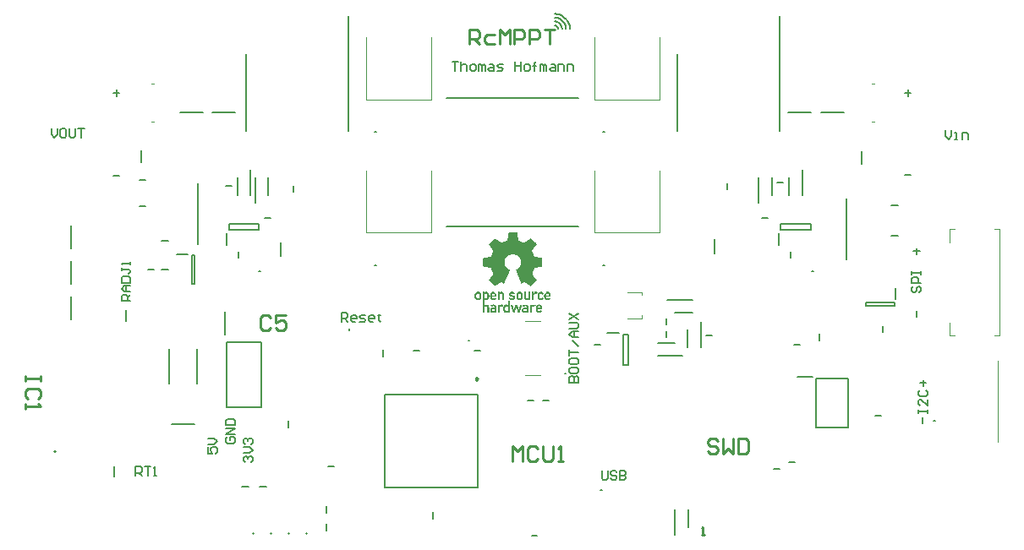
<source format=gto>
G04*
G04 #@! TF.GenerationSoftware,Altium Limited,Altium Designer,21.0.8 (223)*
G04*
G04 Layer_Color=65535*
%FSLAX25Y25*%
%MOIN*%
G70*
G04*
G04 #@! TF.SameCoordinates,7920E5AB-F19E-47E3-9C16-B8E2F772CBAB*
G04*
G04*
G04 #@! TF.FilePolarity,Positive*
G04*
G01*
G75*
%ADD10C,0.00984*%
%ADD11C,0.00787*%
%ADD12C,0.00591*%
%ADD13C,0.01000*%
%ADD14C,0.00394*%
G36*
X196736Y121971D02*
Y121797D01*
Y121622D01*
Y121448D01*
Y121274D01*
X196910D01*
Y121099D01*
Y120925D01*
Y120750D01*
Y120576D01*
Y120402D01*
Y120227D01*
X197084D01*
Y120053D01*
Y119878D01*
Y119704D01*
Y119529D01*
Y119355D01*
X197259D01*
Y119181D01*
Y119006D01*
Y118832D01*
X197782D01*
Y118657D01*
X198131D01*
Y118483D01*
X198654D01*
Y118308D01*
X199003D01*
Y118134D01*
X199701D01*
Y118308D01*
X199875D01*
Y118483D01*
X200224D01*
Y118657D01*
X200398D01*
Y118832D01*
X200747D01*
Y119006D01*
X200922D01*
Y119181D01*
X201271D01*
Y119355D01*
X201445D01*
Y119529D01*
X201794D01*
Y119704D01*
X201968D01*
Y119878D01*
X202143D01*
Y119704D01*
X202491D01*
Y119529D01*
X202666D01*
Y119355D01*
X202840D01*
Y119181D01*
X203015D01*
Y119006D01*
X203189D01*
Y118832D01*
X203364D01*
Y118657D01*
X203538D01*
Y118483D01*
X203713D01*
Y118308D01*
X203887D01*
Y118134D01*
X204061D01*
Y117960D01*
X204236D01*
Y117785D01*
Y117611D01*
X204410D01*
Y117436D01*
X204236D01*
Y117262D01*
Y117087D01*
X204061D01*
Y116913D01*
X203887D01*
Y116739D01*
X203713D01*
Y116564D01*
Y116390D01*
X203538D01*
Y116215D01*
X203364D01*
Y116041D01*
Y115867D01*
X203189D01*
Y115692D01*
X203015D01*
Y115518D01*
Y115343D01*
X202840D01*
Y115169D01*
X202666D01*
Y114995D01*
Y114820D01*
Y114646D01*
X202840D01*
Y114471D01*
Y114297D01*
X203015D01*
Y114122D01*
Y113948D01*
Y113774D01*
X203189D01*
Y113599D01*
Y113425D01*
X203364D01*
Y113250D01*
Y113076D01*
X203538D01*
Y112901D01*
Y112727D01*
X203887D01*
Y112553D01*
X204759D01*
Y112378D01*
X205631D01*
Y112204D01*
X206503D01*
Y112029D01*
X206678D01*
Y111855D01*
Y111680D01*
Y111506D01*
Y111332D01*
Y111157D01*
Y110983D01*
Y110809D01*
Y110634D01*
Y110460D01*
Y110285D01*
Y110111D01*
Y109936D01*
Y109762D01*
Y109588D01*
Y109413D01*
Y109239D01*
Y109064D01*
Y108890D01*
X206503D01*
Y108715D01*
X205805D01*
Y108541D01*
X204759D01*
Y108367D01*
X203887D01*
Y108192D01*
X203538D01*
Y108018D01*
Y107843D01*
Y107669D01*
X203364D01*
Y107494D01*
Y107320D01*
X203189D01*
Y107146D01*
Y106971D01*
Y106797D01*
X203015D01*
Y106622D01*
Y106448D01*
X202840D01*
Y106274D01*
Y106099D01*
Y105925D01*
Y105750D01*
Y105576D01*
X203015D01*
Y105402D01*
Y105227D01*
X203189D01*
Y105053D01*
X203364D01*
Y104878D01*
Y104704D01*
X203538D01*
Y104529D01*
X203713D01*
Y104355D01*
Y104181D01*
X203887D01*
Y104006D01*
X204061D01*
Y103832D01*
X204236D01*
Y103657D01*
Y103483D01*
X204410D01*
Y103308D01*
X204236D01*
Y103134D01*
Y102960D01*
X204061D01*
Y102785D01*
X203887D01*
Y102611D01*
X203713D01*
Y102436D01*
X203538D01*
Y102262D01*
X203364D01*
Y102087D01*
X203189D01*
Y101913D01*
X203015D01*
Y101739D01*
X202840D01*
Y101564D01*
X202666D01*
Y101390D01*
X202491D01*
Y101215D01*
X202143D01*
Y101041D01*
X201968D01*
Y101215D01*
X201619D01*
Y101390D01*
X201445D01*
Y101564D01*
X201271D01*
Y101739D01*
X200922D01*
Y101913D01*
X200747D01*
Y102087D01*
X200398D01*
Y102262D01*
X200224D01*
Y102436D01*
X199875D01*
Y102611D01*
X199352D01*
Y102436D01*
X199003D01*
Y102262D01*
X198654D01*
Y102087D01*
X198305D01*
Y102262D01*
Y102436D01*
X198131D01*
Y102611D01*
Y102785D01*
Y102960D01*
X197957D01*
Y103134D01*
Y103308D01*
X197782D01*
Y103483D01*
Y103657D01*
X197608D01*
Y103832D01*
Y104006D01*
Y104181D01*
X197433D01*
Y104355D01*
Y104529D01*
X197259D01*
Y104704D01*
Y104878D01*
Y105053D01*
X197084D01*
Y105227D01*
Y105402D01*
X196910D01*
Y105576D01*
Y105750D01*
X196736D01*
Y105925D01*
Y106099D01*
Y106274D01*
X196561D01*
Y106448D01*
Y106622D01*
X196387D01*
Y106797D01*
Y106971D01*
Y107146D01*
X196212D01*
Y107320D01*
Y107494D01*
X196561D01*
Y107669D01*
X196736D01*
Y107843D01*
X196910D01*
Y108018D01*
X197259D01*
Y108192D01*
X197433D01*
Y108367D01*
Y108541D01*
X197608D01*
Y108715D01*
X197782D01*
Y108890D01*
Y109064D01*
X197957D01*
Y109239D01*
Y109413D01*
X198131D01*
Y109588D01*
Y109762D01*
Y109936D01*
Y110111D01*
Y110285D01*
Y110460D01*
Y110634D01*
Y110809D01*
Y110983D01*
Y111157D01*
Y111332D01*
Y111506D01*
X197957D01*
Y111680D01*
Y111855D01*
X197782D01*
Y112029D01*
Y112204D01*
X197608D01*
Y112378D01*
X197433D01*
Y112553D01*
X197259D01*
Y112727D01*
X197084D01*
Y112901D01*
X196910D01*
Y113076D01*
X196736D01*
Y113250D01*
X196387D01*
Y113425D01*
X195864D01*
Y113599D01*
X194119D01*
Y113425D01*
X193596D01*
Y113250D01*
X193247D01*
Y113076D01*
X193073D01*
Y112901D01*
X192898D01*
Y112727D01*
X192724D01*
Y112553D01*
X192550D01*
Y112378D01*
X192375D01*
Y112204D01*
X192201D01*
Y112029D01*
Y111855D01*
X192026D01*
Y111680D01*
Y111506D01*
Y111332D01*
X191852D01*
Y111157D01*
Y110983D01*
Y110809D01*
Y110634D01*
Y110460D01*
Y110285D01*
Y110111D01*
Y109936D01*
Y109762D01*
Y109588D01*
X192026D01*
Y109413D01*
Y109239D01*
Y109064D01*
X192201D01*
Y108890D01*
Y108715D01*
X192375D01*
Y108541D01*
X192550D01*
Y108367D01*
Y108192D01*
X192898D01*
Y108018D01*
X193073D01*
Y107843D01*
X193247D01*
Y107669D01*
X193422D01*
Y107494D01*
X193771D01*
Y107320D01*
Y107146D01*
Y106971D01*
X193596D01*
Y106797D01*
Y106622D01*
X193422D01*
Y106448D01*
Y106274D01*
Y106099D01*
X193247D01*
Y105925D01*
Y105750D01*
X193073D01*
Y105576D01*
Y105402D01*
X192898D01*
Y105227D01*
Y105053D01*
Y104878D01*
X192724D01*
Y104704D01*
Y104529D01*
X192550D01*
Y104355D01*
Y104181D01*
Y104006D01*
X192375D01*
Y103832D01*
Y103657D01*
X192201D01*
Y103483D01*
Y103308D01*
X192026D01*
Y103134D01*
Y102960D01*
Y102785D01*
X191852D01*
Y102611D01*
Y102436D01*
X191678D01*
Y102262D01*
Y102087D01*
X191329D01*
Y102262D01*
X190980D01*
Y102436D01*
X190805D01*
Y102611D01*
X190108D01*
Y102436D01*
X189759D01*
Y102262D01*
X189585D01*
Y102087D01*
X189410D01*
Y101913D01*
X189061D01*
Y101739D01*
X188887D01*
Y101564D01*
X188538D01*
Y101390D01*
X188364D01*
Y101215D01*
X188015D01*
Y101041D01*
X187840D01*
Y101215D01*
X187666D01*
Y101390D01*
X187492D01*
Y101564D01*
X187317D01*
Y101739D01*
X187143D01*
Y101913D01*
X186968D01*
Y102087D01*
X186794D01*
Y102262D01*
X186619D01*
Y102436D01*
X186445D01*
Y102611D01*
X186271D01*
Y102785D01*
X186096D01*
Y102960D01*
X185922D01*
Y103134D01*
X185747D01*
Y103308D01*
X185573D01*
Y103483D01*
X185747D01*
Y103657D01*
X185922D01*
Y103832D01*
Y104006D01*
X186096D01*
Y104181D01*
X186271D01*
Y104355D01*
Y104529D01*
X186445D01*
Y104704D01*
X186619D01*
Y104878D01*
Y105053D01*
X186794D01*
Y105227D01*
X186968D01*
Y105402D01*
X187143D01*
Y105576D01*
Y105750D01*
X187317D01*
Y105925D01*
Y106099D01*
X187143D01*
Y106274D01*
Y106448D01*
X186968D01*
Y106622D01*
Y106797D01*
Y106971D01*
X186794D01*
Y107146D01*
Y107320D01*
X186619D01*
Y107494D01*
Y107669D01*
Y107843D01*
X186445D01*
Y108018D01*
Y108192D01*
X186096D01*
Y108367D01*
X185224D01*
Y108541D01*
X184352D01*
Y108715D01*
X183480D01*
Y108890D01*
X183306D01*
Y109064D01*
Y109239D01*
Y109413D01*
Y109588D01*
Y109762D01*
Y109936D01*
Y110111D01*
Y110285D01*
Y110460D01*
Y110634D01*
Y110809D01*
Y110983D01*
Y111157D01*
Y111332D01*
Y111506D01*
Y111680D01*
Y111855D01*
Y112029D01*
X183480D01*
Y112204D01*
X184352D01*
Y112378D01*
X185224D01*
Y112553D01*
X186271D01*
Y112727D01*
X186445D01*
Y112901D01*
X186619D01*
Y113076D01*
Y113250D01*
X186794D01*
Y113425D01*
Y113599D01*
Y113774D01*
X186968D01*
Y113948D01*
Y114122D01*
X187143D01*
Y114297D01*
Y114471D01*
Y114646D01*
X187317D01*
Y114820D01*
Y114995D01*
Y115169D01*
X187143D01*
Y115343D01*
X186968D01*
Y115518D01*
Y115692D01*
X186794D01*
Y115867D01*
X186619D01*
Y116041D01*
Y116215D01*
X186445D01*
Y116390D01*
X186271D01*
Y116564D01*
Y116739D01*
X186096D01*
Y116913D01*
X185922D01*
Y117087D01*
Y117262D01*
X185747D01*
Y117436D01*
X185573D01*
Y117611D01*
X185747D01*
Y117785D01*
X185922D01*
Y117960D01*
X186096D01*
Y118134D01*
X186271D01*
Y118308D01*
X186445D01*
Y118483D01*
X186619D01*
Y118657D01*
X186794D01*
Y118832D01*
X186968D01*
Y119006D01*
X187143D01*
Y119181D01*
X187317D01*
Y119355D01*
X187492D01*
Y119529D01*
X187666D01*
Y119704D01*
X187840D01*
Y119878D01*
X188015D01*
Y119704D01*
X188364D01*
Y119529D01*
X188538D01*
Y119355D01*
X188887D01*
Y119181D01*
X189061D01*
Y119006D01*
X189236D01*
Y118832D01*
X189585D01*
Y118657D01*
X189759D01*
Y118483D01*
X190108D01*
Y118308D01*
X190282D01*
Y118134D01*
X190980D01*
Y118308D01*
X191329D01*
Y118483D01*
X191852D01*
Y118657D01*
X192201D01*
Y118832D01*
X192724D01*
Y119006D01*
Y119181D01*
X192898D01*
Y119355D01*
Y119529D01*
Y119704D01*
Y119878D01*
Y120053D01*
X193073D01*
Y120227D01*
Y120402D01*
Y120576D01*
Y120750D01*
Y120925D01*
Y121099D01*
X193247D01*
Y121274D01*
Y121448D01*
Y121622D01*
Y121797D01*
Y121971D01*
X193422D01*
Y122146D01*
X196736D01*
Y121971D01*
D02*
G37*
G36*
X184875Y98599D02*
X185224D01*
Y98425D01*
X185398D01*
Y98250D01*
X185573D01*
Y98076D01*
Y97901D01*
Y97727D01*
Y97553D01*
X185747D01*
Y97378D01*
Y97204D01*
Y97029D01*
Y96855D01*
Y96681D01*
X185573D01*
Y96506D01*
Y96332D01*
Y96157D01*
Y95983D01*
X185398D01*
Y95809D01*
X185224D01*
Y95634D01*
X184875D01*
Y95460D01*
X184178D01*
Y95634D01*
X183829D01*
Y95460D01*
Y95285D01*
Y95111D01*
Y94936D01*
Y94762D01*
Y94587D01*
Y94413D01*
Y94239D01*
Y94064D01*
Y93890D01*
Y93715D01*
Y93541D01*
X184003D01*
Y93715D01*
X184526D01*
Y93890D01*
X184701D01*
Y93715D01*
X185050D01*
Y93541D01*
X185398D01*
Y93367D01*
Y93192D01*
X185573D01*
Y93018D01*
Y92843D01*
Y92669D01*
X185747D01*
Y92494D01*
Y92320D01*
Y92146D01*
Y91971D01*
Y91797D01*
Y91622D01*
Y91448D01*
Y91274D01*
Y91099D01*
Y90925D01*
Y90750D01*
X185573D01*
Y90576D01*
X184875D01*
Y90750D01*
Y90925D01*
Y91099D01*
Y91274D01*
Y91448D01*
Y91622D01*
Y91797D01*
Y91971D01*
Y92146D01*
Y92320D01*
Y92494D01*
Y92669D01*
Y92843D01*
X184701D01*
Y93018D01*
X184003D01*
Y92843D01*
X183829D01*
Y92669D01*
Y92494D01*
Y92320D01*
Y92146D01*
Y91971D01*
Y91797D01*
Y91622D01*
Y91448D01*
Y91274D01*
Y91099D01*
Y90925D01*
Y90750D01*
Y90576D01*
X183131D01*
Y90750D01*
Y90925D01*
Y91099D01*
Y91274D01*
Y91448D01*
Y91622D01*
Y91797D01*
Y91971D01*
Y92146D01*
Y92320D01*
Y92494D01*
Y92669D01*
Y92843D01*
Y93018D01*
Y93192D01*
Y93367D01*
Y93541D01*
Y93715D01*
Y93890D01*
Y94064D01*
Y94239D01*
Y94413D01*
Y94587D01*
Y94762D01*
Y94936D01*
Y95111D01*
Y95285D01*
Y95460D01*
Y95634D01*
Y95809D01*
Y95983D01*
Y96157D01*
Y96332D01*
Y96506D01*
Y96681D01*
Y96855D01*
Y97029D01*
Y97204D01*
Y97378D01*
Y97553D01*
Y97727D01*
Y97901D01*
Y98076D01*
Y98250D01*
Y98425D01*
Y98599D01*
Y98774D01*
X183829D01*
Y98599D01*
X184178D01*
Y98774D01*
X184875D01*
Y98599D01*
D02*
G37*
G36*
X204410D02*
X204759D01*
Y98425D01*
Y98250D01*
X204585D01*
Y98076D01*
X204410D01*
Y97901D01*
X204236D01*
Y98076D01*
X203713D01*
Y97901D01*
X203538D01*
Y97727D01*
X203364D01*
Y97553D01*
Y97378D01*
Y97204D01*
Y97029D01*
Y96855D01*
Y96681D01*
Y96506D01*
Y96332D01*
Y96157D01*
Y95983D01*
Y95809D01*
Y95634D01*
Y95460D01*
X202666D01*
Y95634D01*
Y95809D01*
Y95983D01*
Y96157D01*
Y96332D01*
Y96506D01*
Y96681D01*
Y96855D01*
Y97029D01*
Y97204D01*
Y97378D01*
Y97553D01*
Y97727D01*
Y97901D01*
Y98076D01*
Y98250D01*
Y98425D01*
Y98599D01*
Y98774D01*
X203364D01*
Y98599D01*
Y98425D01*
X203538D01*
Y98599D01*
X203713D01*
Y98774D01*
X204410D01*
Y98599D01*
D02*
G37*
G36*
X190980D02*
X191329D01*
Y98425D01*
X191503D01*
Y98250D01*
Y98076D01*
X191678D01*
Y97901D01*
Y97727D01*
Y97553D01*
Y97378D01*
Y97204D01*
Y97029D01*
Y96855D01*
Y96681D01*
Y96506D01*
Y96332D01*
Y96157D01*
Y95983D01*
Y95809D01*
Y95634D01*
Y95460D01*
X190980D01*
Y95634D01*
Y95809D01*
Y95983D01*
Y96157D01*
Y96332D01*
Y96506D01*
Y96681D01*
Y96855D01*
Y97029D01*
Y97204D01*
Y97378D01*
Y97553D01*
Y97727D01*
X190805D01*
Y97901D01*
X190631D01*
Y98076D01*
X190108D01*
Y97901D01*
X189933D01*
Y97727D01*
Y97553D01*
X189759D01*
Y97378D01*
Y97204D01*
Y97029D01*
Y96855D01*
Y96681D01*
Y96506D01*
Y96332D01*
Y96157D01*
Y95983D01*
Y95809D01*
Y95634D01*
Y95460D01*
X189061D01*
Y95634D01*
Y95809D01*
Y95983D01*
Y96157D01*
Y96332D01*
Y96506D01*
Y96681D01*
Y96855D01*
Y97029D01*
Y97204D01*
Y97378D01*
Y97553D01*
Y97727D01*
Y97901D01*
Y98076D01*
Y98250D01*
Y98425D01*
Y98599D01*
Y98774D01*
X189759D01*
Y98599D01*
Y98425D01*
X189933D01*
Y98599D01*
X190282D01*
Y98774D01*
X190980D01*
Y98599D01*
D02*
G37*
G36*
X195166D02*
X195689D01*
Y98425D01*
X195864D01*
Y98250D01*
Y98076D01*
X195689D01*
Y97901D01*
X195166D01*
Y98076D01*
X194294D01*
Y97901D01*
Y97727D01*
Y97553D01*
X194992D01*
Y97378D01*
X195689D01*
Y97204D01*
X195864D01*
Y97029D01*
X196038D01*
Y96855D01*
Y96681D01*
Y96506D01*
Y96332D01*
Y96157D01*
Y95983D01*
X195864D01*
Y95809D01*
X195689D01*
Y95634D01*
X195340D01*
Y95460D01*
X194119D01*
Y95634D01*
X193771D01*
Y95809D01*
X193596D01*
Y95983D01*
X193422D01*
Y96157D01*
Y96332D01*
X193596D01*
Y96506D01*
X193945D01*
Y96332D01*
X194294D01*
Y96157D01*
X195166D01*
Y96332D01*
X195340D01*
Y96506D01*
Y96681D01*
X194992D01*
Y96855D01*
X193945D01*
Y97029D01*
X193771D01*
Y97204D01*
X193596D01*
Y97378D01*
Y97553D01*
Y97727D01*
Y97901D01*
Y98076D01*
Y98250D01*
X193771D01*
Y98425D01*
X193945D01*
Y98599D01*
X194294D01*
Y98774D01*
X195166D01*
Y98599D01*
D02*
G37*
G36*
X206503D02*
X206852D01*
Y98425D01*
X207201D01*
Y98250D01*
Y98076D01*
Y97901D01*
X206852D01*
Y97727D01*
X206678D01*
Y97901D01*
X206329D01*
Y98076D01*
X205805D01*
Y97901D01*
X205631D01*
Y97727D01*
X205457D01*
Y97553D01*
Y97378D01*
Y97204D01*
Y97029D01*
Y96855D01*
Y96681D01*
Y96506D01*
X205631D01*
Y96332D01*
X205805D01*
Y96157D01*
X206329D01*
Y96332D01*
X206678D01*
Y96506D01*
X206852D01*
Y96332D01*
X207026D01*
Y96157D01*
X207201D01*
Y95983D01*
Y95809D01*
X206852D01*
Y95634D01*
X206678D01*
Y95460D01*
X205631D01*
Y95634D01*
X205282D01*
Y95809D01*
X205108D01*
Y95983D01*
X204933D01*
Y96157D01*
Y96332D01*
X204759D01*
Y96506D01*
Y96681D01*
Y96855D01*
Y97029D01*
Y97204D01*
Y97378D01*
Y97553D01*
Y97727D01*
Y97901D01*
X204933D01*
Y98076D01*
Y98250D01*
X205108D01*
Y98425D01*
X205282D01*
Y98599D01*
X205805D01*
Y98774D01*
X206503D01*
Y98599D01*
D02*
G37*
G36*
X201968D02*
Y98425D01*
Y98250D01*
Y98076D01*
Y97901D01*
Y97727D01*
Y97553D01*
Y97378D01*
Y97204D01*
Y97029D01*
Y96855D01*
Y96681D01*
Y96506D01*
Y96332D01*
Y96157D01*
Y95983D01*
Y95809D01*
Y95634D01*
Y95460D01*
X201271D01*
Y95634D01*
X200922D01*
Y95460D01*
X200224D01*
Y95634D01*
X199875D01*
Y95809D01*
X199701D01*
Y95983D01*
X199526D01*
Y96157D01*
Y96332D01*
Y96506D01*
Y96681D01*
Y96855D01*
Y97029D01*
Y97204D01*
Y97378D01*
Y97553D01*
Y97727D01*
Y97901D01*
Y98076D01*
Y98250D01*
Y98425D01*
Y98599D01*
Y98774D01*
X200224D01*
Y98599D01*
Y98425D01*
Y98250D01*
Y98076D01*
Y97901D01*
Y97727D01*
Y97553D01*
Y97378D01*
Y97204D01*
Y97029D01*
Y96855D01*
Y96681D01*
Y96506D01*
Y96332D01*
X200573D01*
Y96157D01*
X201096D01*
Y96332D01*
X201271D01*
Y96506D01*
Y96681D01*
Y96855D01*
Y97029D01*
Y97204D01*
Y97378D01*
Y97553D01*
Y97727D01*
Y97901D01*
Y98076D01*
Y98250D01*
Y98425D01*
Y98599D01*
Y98774D01*
X201968D01*
Y98599D01*
D02*
G37*
G36*
X209119D02*
X209468D01*
Y98425D01*
X209643D01*
Y98250D01*
X209817D01*
Y98076D01*
X209992D01*
Y97901D01*
Y97727D01*
Y97553D01*
Y97378D01*
Y97204D01*
Y97029D01*
Y96855D01*
X208073D01*
Y96681D01*
Y96506D01*
X208247D01*
Y96332D01*
X208422D01*
Y96157D01*
X209119D01*
Y96332D01*
X209817D01*
Y96157D01*
X209992D01*
Y95983D01*
X209817D01*
Y95809D01*
X209643D01*
Y95634D01*
X209294D01*
Y95460D01*
X208247D01*
Y95634D01*
X207898D01*
Y95809D01*
X207724D01*
Y95983D01*
X207550D01*
Y96157D01*
Y96332D01*
Y96506D01*
X207375D01*
Y96681D01*
Y96855D01*
Y97029D01*
Y97204D01*
Y97378D01*
Y97553D01*
Y97727D01*
X207550D01*
Y97901D01*
Y98076D01*
X207724D01*
Y98250D01*
Y98425D01*
X208073D01*
Y98599D01*
X208247D01*
Y98774D01*
X209119D01*
Y98599D01*
D02*
G37*
G36*
X198131D02*
X198480D01*
Y98425D01*
X198654D01*
Y98250D01*
X198829D01*
Y98076D01*
Y97901D01*
X199003D01*
Y97727D01*
Y97553D01*
Y97378D01*
Y97204D01*
Y97029D01*
Y96855D01*
Y96681D01*
Y96506D01*
Y96332D01*
X198829D01*
Y96157D01*
Y95983D01*
X198654D01*
Y95809D01*
X198480D01*
Y95634D01*
X198131D01*
Y95460D01*
X197259D01*
Y95634D01*
X196910D01*
Y95809D01*
X196736D01*
Y95983D01*
X196561D01*
Y96157D01*
X196387D01*
Y96332D01*
Y96506D01*
Y96681D01*
Y96855D01*
Y97029D01*
Y97204D01*
Y97378D01*
Y97553D01*
Y97727D01*
Y97901D01*
Y98076D01*
X196561D01*
Y98250D01*
X196736D01*
Y98425D01*
X196910D01*
Y98599D01*
X197259D01*
Y98774D01*
X198131D01*
Y98599D01*
D02*
G37*
G36*
X187666D02*
X188015D01*
Y98425D01*
X188364D01*
Y98250D01*
Y98076D01*
X188538D01*
Y97901D01*
Y97727D01*
Y97553D01*
X188713D01*
Y97378D01*
Y97204D01*
Y97029D01*
Y96855D01*
X186794D01*
Y96681D01*
Y96506D01*
Y96332D01*
X186968D01*
Y96157D01*
X187840D01*
Y96332D01*
X188364D01*
Y96157D01*
X188538D01*
Y95983D01*
Y95809D01*
X188364D01*
Y95634D01*
X188015D01*
Y95460D01*
X186968D01*
Y95634D01*
X186619D01*
Y95809D01*
X186445D01*
Y95983D01*
X186271D01*
Y96157D01*
X186096D01*
Y96332D01*
Y96506D01*
Y96681D01*
Y96855D01*
X185922D01*
Y97029D01*
Y97204D01*
Y97378D01*
X186096D01*
Y97553D01*
Y97727D01*
Y97901D01*
Y98076D01*
X186271D01*
Y98250D01*
X186445D01*
Y98425D01*
X186619D01*
Y98599D01*
X186968D01*
Y98774D01*
X187666D01*
Y98599D01*
D02*
G37*
G36*
X181736D02*
X182085D01*
Y98425D01*
X182259D01*
Y98250D01*
X182433D01*
Y98076D01*
Y97901D01*
X182608D01*
Y97727D01*
Y97553D01*
Y97378D01*
Y97204D01*
Y97029D01*
Y96855D01*
Y96681D01*
Y96506D01*
Y96332D01*
X182433D01*
Y96157D01*
Y95983D01*
X182259D01*
Y95809D01*
X182085D01*
Y95634D01*
X181736D01*
Y95460D01*
X180864D01*
Y95634D01*
X180515D01*
Y95809D01*
X180340D01*
Y95983D01*
X180166D01*
Y96157D01*
Y96332D01*
X179991D01*
Y96506D01*
Y96681D01*
Y96855D01*
Y97029D01*
Y97204D01*
Y97378D01*
Y97553D01*
Y97727D01*
Y97901D01*
X180166D01*
Y98076D01*
Y98250D01*
X180340D01*
Y98425D01*
X180515D01*
Y98599D01*
X180864D01*
Y98774D01*
X181736D01*
Y98599D01*
D02*
G37*
G36*
X203887Y93541D02*
X204061D01*
Y93367D01*
X203887D01*
Y93192D01*
X203713D01*
Y93018D01*
X202666D01*
Y92843D01*
Y92669D01*
Y92494D01*
Y92320D01*
Y92146D01*
Y91971D01*
Y91797D01*
Y91622D01*
Y91448D01*
Y91274D01*
Y91099D01*
Y90925D01*
Y90750D01*
X202491D01*
Y90576D01*
X201794D01*
Y90750D01*
Y90925D01*
Y91099D01*
Y91274D01*
Y91448D01*
Y91622D01*
Y91797D01*
Y91971D01*
Y92146D01*
Y92320D01*
Y92494D01*
Y92669D01*
Y92843D01*
Y93018D01*
Y93192D01*
Y93367D01*
Y93541D01*
Y93715D01*
X202666D01*
Y93541D01*
X202840D01*
Y93715D01*
X203887D01*
Y93541D01*
D02*
G37*
G36*
X193945Y94936D02*
Y94762D01*
Y94587D01*
Y94413D01*
Y94239D01*
Y94064D01*
Y93890D01*
Y93715D01*
Y93541D01*
Y93367D01*
Y93192D01*
Y93018D01*
Y92843D01*
Y92669D01*
Y92494D01*
Y92320D01*
Y92146D01*
Y91971D01*
Y91797D01*
Y91622D01*
Y91448D01*
Y91274D01*
Y91099D01*
Y90925D01*
Y90750D01*
Y90576D01*
X193247D01*
Y90750D01*
X192898D01*
Y90576D01*
X191852D01*
Y90750D01*
X191678D01*
Y90925D01*
X191503D01*
Y91099D01*
Y91274D01*
X191329D01*
Y91448D01*
Y91622D01*
Y91797D01*
Y91971D01*
Y92146D01*
Y92320D01*
Y92494D01*
Y92669D01*
Y92843D01*
Y93018D01*
X191503D01*
Y93192D01*
Y93367D01*
X191678D01*
Y93541D01*
X191852D01*
Y93715D01*
X192375D01*
Y93890D01*
X192550D01*
Y93715D01*
X193073D01*
Y93541D01*
X193247D01*
Y93715D01*
Y93890D01*
Y94064D01*
Y94239D01*
Y94413D01*
Y94587D01*
Y94762D01*
Y94936D01*
Y95111D01*
X193945D01*
Y94936D01*
D02*
G37*
G36*
X190805Y93715D02*
X191329D01*
Y93541D01*
Y93367D01*
X191154D01*
Y93192D01*
Y93018D01*
X190108D01*
Y92843D01*
X189933D01*
Y92669D01*
Y92494D01*
Y92320D01*
Y92146D01*
Y91971D01*
Y91797D01*
Y91622D01*
Y91448D01*
Y91274D01*
Y91099D01*
Y90925D01*
Y90750D01*
Y90576D01*
X189236D01*
Y90750D01*
Y90925D01*
Y91099D01*
Y91274D01*
Y91448D01*
Y91622D01*
Y91797D01*
Y91971D01*
Y92146D01*
Y92320D01*
Y92494D01*
Y92669D01*
Y92843D01*
Y93018D01*
Y93192D01*
Y93367D01*
Y93541D01*
Y93715D01*
X189933D01*
Y93541D01*
X190108D01*
Y93715D01*
X190631D01*
Y93890D01*
X190805D01*
Y93715D01*
D02*
G37*
G36*
X198654Y93541D02*
Y93367D01*
X198480D01*
Y93192D01*
Y93018D01*
Y92843D01*
Y92669D01*
X198305D01*
Y92494D01*
Y92320D01*
Y92146D01*
X198131D01*
Y91971D01*
Y91797D01*
Y91622D01*
X197957D01*
Y91448D01*
Y91274D01*
Y91099D01*
X197782D01*
Y90925D01*
Y90750D01*
Y90576D01*
X197084D01*
Y90750D01*
X196910D01*
Y90925D01*
Y91099D01*
Y91274D01*
Y91448D01*
X196736D01*
Y91622D01*
Y91797D01*
Y91971D01*
X196561D01*
Y92146D01*
Y92320D01*
Y92494D01*
X196387D01*
Y92320D01*
Y92146D01*
X196212D01*
Y91971D01*
Y91797D01*
Y91622D01*
X196038D01*
Y91448D01*
Y91274D01*
Y91099D01*
X195864D01*
Y90925D01*
Y90750D01*
Y90576D01*
X195166D01*
Y90750D01*
Y90925D01*
X194992D01*
Y91099D01*
Y91274D01*
Y91448D01*
X194817D01*
Y91622D01*
Y91797D01*
Y91971D01*
X194643D01*
Y92146D01*
Y92320D01*
Y92494D01*
X194468D01*
Y92669D01*
Y92843D01*
Y93018D01*
X194294D01*
Y93192D01*
Y93367D01*
Y93541D01*
Y93715D01*
X194992D01*
Y93541D01*
Y93367D01*
Y93192D01*
X195166D01*
Y93018D01*
Y92843D01*
Y92669D01*
X195340D01*
Y92494D01*
Y92320D01*
Y92146D01*
Y91971D01*
X195689D01*
Y92146D01*
Y92320D01*
Y92494D01*
X195864D01*
Y92669D01*
Y92843D01*
Y93018D01*
X196038D01*
Y93192D01*
Y93367D01*
Y93541D01*
X196212D01*
Y93715D01*
X196736D01*
Y93541D01*
Y93367D01*
X196910D01*
Y93192D01*
Y93018D01*
Y92843D01*
X197084D01*
Y92669D01*
Y92494D01*
Y92320D01*
X197259D01*
Y92146D01*
Y91971D01*
Y91797D01*
X197433D01*
Y91971D01*
Y92146D01*
X197608D01*
Y92320D01*
Y92494D01*
Y92669D01*
Y92843D01*
X197782D01*
Y93018D01*
Y93192D01*
Y93367D01*
Y93541D01*
X197957D01*
Y93715D01*
X198654D01*
Y93541D01*
D02*
G37*
G36*
X205457Y93715D02*
X205980D01*
Y93541D01*
X206154D01*
Y93367D01*
X206329D01*
Y93192D01*
X206503D01*
Y93018D01*
Y92843D01*
X206678D01*
Y92669D01*
Y92494D01*
Y92320D01*
Y92146D01*
Y91971D01*
X206503D01*
Y91797D01*
X204759D01*
Y91622D01*
Y91448D01*
X204933D01*
Y91274D01*
X205805D01*
Y91448D01*
X206329D01*
Y91274D01*
X206503D01*
Y91099D01*
Y90925D01*
X206329D01*
Y90750D01*
X205980D01*
Y90576D01*
X204759D01*
Y90750D01*
X204410D01*
Y90925D01*
X204236D01*
Y91099D01*
Y91274D01*
X204061D01*
Y91448D01*
Y91622D01*
Y91797D01*
Y91971D01*
Y92146D01*
Y92320D01*
Y92494D01*
Y92669D01*
Y92843D01*
Y93018D01*
X204236D01*
Y93192D01*
Y93367D01*
X204410D01*
Y93541D01*
X204759D01*
Y93715D01*
X205282D01*
Y93890D01*
X205457D01*
Y93715D01*
D02*
G37*
G36*
X200050D02*
X200747D01*
Y93541D01*
X200922D01*
Y93367D01*
X201096D01*
Y93192D01*
X201271D01*
Y93018D01*
Y92843D01*
Y92669D01*
Y92494D01*
Y92320D01*
Y92146D01*
Y91971D01*
Y91797D01*
Y91622D01*
Y91448D01*
Y91274D01*
Y91099D01*
Y90925D01*
Y90750D01*
Y90576D01*
X200573D01*
Y90750D01*
X200398D01*
Y90576D01*
X199178D01*
Y90750D01*
X199003D01*
Y90925D01*
X198829D01*
Y91099D01*
X198654D01*
Y91274D01*
Y91448D01*
Y91622D01*
Y91797D01*
Y91971D01*
X198829D01*
Y92146D01*
X199003D01*
Y92320D01*
X199352D01*
Y92494D01*
X200573D01*
Y92669D01*
Y92843D01*
Y93018D01*
X200224D01*
Y93192D01*
X199875D01*
Y93018D01*
X199003D01*
Y93192D01*
X198829D01*
Y93367D01*
X199003D01*
Y93541D01*
X199178D01*
Y93715D01*
X199875D01*
Y93890D01*
X200050D01*
Y93715D01*
D02*
G37*
G36*
X187492D02*
X188189D01*
Y93541D01*
X188364D01*
Y93367D01*
X188538D01*
Y93192D01*
Y93018D01*
Y92843D01*
Y92669D01*
X188713D01*
Y92494D01*
Y92320D01*
Y92146D01*
Y91971D01*
Y91797D01*
Y91622D01*
Y91448D01*
Y91274D01*
Y91099D01*
Y90925D01*
Y90750D01*
X188538D01*
Y90576D01*
X186619D01*
Y90750D01*
X186271D01*
Y90925D01*
X186096D01*
Y91099D01*
Y91274D01*
Y91448D01*
Y91622D01*
Y91797D01*
Y91971D01*
X186271D01*
Y92146D01*
Y92320D01*
X186619D01*
Y92494D01*
X187840D01*
Y92669D01*
Y92843D01*
Y93018D01*
X187492D01*
Y93192D01*
X187143D01*
Y93018D01*
X186794D01*
Y92843D01*
X186619D01*
Y93018D01*
X186445D01*
Y93192D01*
X186271D01*
Y93367D01*
Y93541D01*
X186445D01*
Y93715D01*
X187143D01*
Y93890D01*
X187492D01*
Y93715D01*
D02*
G37*
%LPC*%
G36*
X184526Y98076D02*
X184178D01*
Y97901D01*
X184003D01*
Y97727D01*
X183829D01*
Y97553D01*
Y97378D01*
Y97204D01*
Y97029D01*
Y96855D01*
Y96681D01*
Y96506D01*
X184003D01*
Y96332D01*
X184178D01*
Y96157D01*
X184701D01*
Y96332D01*
X184875D01*
Y96506D01*
Y96681D01*
Y96855D01*
Y97029D01*
Y97204D01*
Y97378D01*
Y97553D01*
Y97727D01*
Y97901D01*
X184526D01*
Y98076D01*
D02*
G37*
G36*
X209119D02*
X208422D01*
Y97901D01*
X208247D01*
Y97727D01*
X208073D01*
Y97553D01*
Y97378D01*
X209294D01*
Y97553D01*
Y97727D01*
X209119D01*
Y97901D01*
Y98076D01*
D02*
G37*
G36*
X197957D02*
X197433D01*
Y97901D01*
X197259D01*
Y97727D01*
X197084D01*
Y97553D01*
Y97378D01*
Y97204D01*
Y97029D01*
Y96855D01*
Y96681D01*
Y96506D01*
X197259D01*
Y96332D01*
X197433D01*
Y96157D01*
X197957D01*
Y96332D01*
X198131D01*
Y96506D01*
X198305D01*
Y96681D01*
Y96855D01*
Y97029D01*
Y97204D01*
Y97378D01*
Y97553D01*
Y97727D01*
X198131D01*
Y97901D01*
X197957D01*
Y98076D01*
D02*
G37*
G36*
X187666D02*
X186968D01*
Y97901D01*
X186794D01*
Y97727D01*
Y97553D01*
Y97378D01*
X187840D01*
Y97553D01*
Y97727D01*
Y97901D01*
X187666D01*
Y98076D01*
D02*
G37*
G36*
X181561D02*
X181038D01*
Y97901D01*
X180864D01*
Y97727D01*
X180689D01*
Y97553D01*
Y97378D01*
Y97204D01*
Y97029D01*
Y96855D01*
Y96681D01*
Y96506D01*
X180864D01*
Y96332D01*
X181038D01*
Y96157D01*
X181561D01*
Y96332D01*
X181736D01*
Y96506D01*
X181910D01*
Y96681D01*
Y96855D01*
Y97029D01*
Y97204D01*
Y97378D01*
Y97553D01*
Y97727D01*
X181736D01*
Y97901D01*
X181561D01*
Y98076D01*
D02*
G37*
G36*
X193073Y93018D02*
X192201D01*
Y92843D01*
Y92669D01*
X192026D01*
Y92494D01*
Y92320D01*
Y92146D01*
Y91971D01*
Y91797D01*
Y91622D01*
X192201D01*
Y91448D01*
Y91274D01*
X193073D01*
Y91448D01*
Y91622D01*
X193247D01*
Y91797D01*
Y91971D01*
Y92146D01*
Y92320D01*
Y92494D01*
Y92669D01*
X193073D01*
Y92843D01*
Y93018D01*
D02*
G37*
G36*
X205457Y93192D02*
X205282D01*
Y93018D01*
X204933D01*
Y92843D01*
X204759D01*
Y92669D01*
Y92494D01*
X205980D01*
Y92669D01*
X205805D01*
Y92843D01*
Y93018D01*
X205457D01*
Y93192D01*
D02*
G37*
G36*
X200573Y91797D02*
X199352D01*
Y91622D01*
Y91448D01*
Y91274D01*
X200398D01*
Y91448D01*
X200573D01*
Y91622D01*
Y91797D01*
D02*
G37*
G36*
X187840D02*
X186794D01*
Y91622D01*
Y91448D01*
Y91274D01*
X187840D01*
Y91448D01*
Y91622D01*
Y91797D01*
D02*
G37*
%LPD*%
D10*
X181209Y64508D02*
X180471Y64934D01*
Y64082D01*
X181209Y64508D01*
X14697Y35854D02*
X14303D01*
X14697D01*
X177984Y196484D02*
Y202388D01*
X180936D01*
X181920Y201404D01*
Y199436D01*
X180936Y198452D01*
X177984D01*
X179952D02*
X181920Y196484D01*
X187824Y200420D02*
X184872D01*
X183888Y199436D01*
Y197468D01*
X184872Y196484D01*
X187824D01*
X189791D02*
Y202388D01*
X191759Y200420D01*
X193727Y202388D01*
Y196484D01*
X195695D02*
Y202388D01*
X198647D01*
X199631Y201404D01*
Y199436D01*
X198647Y198452D01*
X195695D01*
X201599Y196484D02*
Y202388D01*
X204550D01*
X205534Y201404D01*
Y199436D01*
X204550Y198452D01*
X201599D01*
X207502Y202388D02*
X211438D01*
X209470D01*
Y196484D01*
D11*
X360752Y48020D02*
X361539D01*
X360752D01*
X177561Y79537D02*
X177955D01*
X177561D01*
X95661Y107000D02*
X94874D01*
X95661D01*
X312874D02*
X313661D01*
X312874D01*
X229488Y20764D02*
X230276D01*
X229488D01*
X141339Y161791D02*
X140551D01*
X141339D01*
X231339D02*
X230551D01*
X231339D01*
X141339Y109291D02*
X140551D01*
X141339D01*
X231339D02*
X230551D01*
X231339D01*
X130405Y83748D02*
Y84142D01*
Y83748D01*
X215606Y66500D02*
X216000D01*
X215606D01*
X181307Y21693D02*
Y58307D01*
X144693Y21693D02*
X181307D01*
X144693D02*
Y58307D01*
X181307D01*
X122319Y30000D02*
X124681D01*
X316000Y79720D02*
Y82279D01*
X47721Y143000D02*
X50279D01*
X340850Y82819D02*
Y85181D01*
X51319Y107500D02*
X53681D01*
X155819Y75500D02*
X158181D01*
X179819D02*
X182181D01*
X264059Y6055D02*
Y12945D01*
X258941Y2957D02*
Y12945D01*
X326500Y111492D02*
Y135508D01*
X71000Y117492D02*
Y141508D01*
X68410Y113209D02*
X69591D01*
Y101791D02*
Y113209D01*
X68410Y101791D02*
X69591D01*
X68410D02*
Y113209D01*
X62701Y113543D02*
X67032D01*
X345709Y93410D02*
Y94591D01*
X334291Y93410D02*
X345709D01*
X334291D02*
Y94591D01*
X345709D01*
X346043Y95969D02*
Y100299D01*
X305819Y78000D02*
X308181D01*
X47819Y132500D02*
X50181D01*
X106500Y45221D02*
Y47780D01*
X163500Y9221D02*
Y11779D01*
X303720Y31500D02*
X306279D01*
X297721Y29000D02*
X300279D01*
X337720Y50000D02*
X340280D01*
X56658Y119075D02*
X59217D01*
X303472Y169500D02*
X312528D01*
X87000Y112319D02*
Y114681D01*
X83095Y123417D02*
Y125583D01*
X94906D01*
Y123417D02*
Y125583D01*
X83095Y123417D02*
X94906D01*
X82307Y117118D02*
Y122039D01*
X91559Y137055D02*
Y147043D01*
X86441Y137055D02*
Y143945D01*
X81819Y140500D02*
X84181D01*
X97319Y128000D02*
X99681D01*
X93441Y133957D02*
Y143945D01*
X98559Y137055D02*
Y143945D01*
X169016Y124606D02*
X220984D01*
X169016Y175394D02*
X220984D01*
X316472Y169500D02*
X325528D01*
X63972D02*
X73028D01*
X76472Y169500D02*
X85527D01*
X307319Y65158D02*
X313323D01*
X314701Y45354D02*
Y64646D01*
Y45354D02*
X327299D01*
Y64646D01*
X314701D02*
X327299D01*
X56658Y107575D02*
X59217D01*
X344220Y133000D02*
X346779D01*
X344220Y121000D02*
X346779D01*
X144000Y73220D02*
Y75779D01*
X300276Y162224D02*
Y207500D01*
X259724Y162224D02*
Y192638D01*
X130276Y162224D02*
Y207500D01*
X89724Y162224D02*
Y192638D01*
X48669Y149898D02*
Y154622D01*
X332669Y149398D02*
Y154122D01*
X300594Y123417D02*
Y125583D01*
X312405D01*
Y123417D02*
Y125583D01*
X300594Y123417D02*
X312405D01*
X299807Y117118D02*
Y122039D01*
X274445Y113888D02*
Y119498D01*
X103618Y112776D02*
Y118386D01*
X279547Y139222D02*
Y141585D01*
X108500Y138319D02*
Y140681D01*
X255500Y80819D02*
Y83181D01*
Y85819D02*
Y88181D01*
X227319Y78000D02*
X229681D01*
X271319Y81500D02*
X273681D01*
X252055Y78559D02*
X258945D01*
X252055Y73441D02*
X262043D01*
X263941Y77055D02*
Y83945D01*
X269059Y77055D02*
Y87043D01*
X259035Y90441D02*
X265925D01*
X255937Y95559D02*
X265925D01*
X238417Y81906D02*
X240583D01*
Y70095D02*
Y81906D01*
X238417Y70095D02*
X240583D01*
X238417D02*
Y81906D01*
X232118Y82693D02*
X237039D01*
X82110Y78795D02*
X95890D01*
Y53205D02*
Y78795D01*
X82110Y53205D02*
X95890D01*
X82110D02*
Y78795D01*
X202500Y2500D02*
X204500D01*
X59488Y76390D02*
X59500Y62500D01*
X70512Y62610D02*
Y76390D01*
X21000Y115827D02*
Y124882D01*
Y101827D02*
Y110882D01*
Y87827D02*
Y96882D01*
X81500Y81972D02*
Y91028D01*
X60472Y46500D02*
X69528D01*
X309059Y137055D02*
Y147043D01*
X303941Y137055D02*
Y143945D01*
X291941Y133957D02*
Y143945D01*
X297059Y137055D02*
Y143945D01*
X206720Y56000D02*
X209279D01*
X200721D02*
X203279D01*
X88221Y22000D02*
X90780D01*
X95221D02*
X97780D01*
X121500Y11721D02*
Y14279D01*
Y4721D02*
Y7280D01*
X299319Y141850D02*
X301681D01*
X304500Y112319D02*
Y114681D01*
X293319Y128000D02*
X295681D01*
X42500Y87433D02*
Y91567D01*
X38000Y25933D02*
Y30067D01*
D12*
X213000Y202500D02*
X212561Y203561D01*
X211500Y204000D01*
X214500Y202500D02*
X214353Y203427D01*
X213927Y204263D01*
X213263Y204927D01*
X212427Y205353D01*
X211500Y205500D01*
X216000Y202500D02*
X215887Y203501D01*
X215554Y204452D01*
X215018Y205306D01*
X214306Y206018D01*
X213453Y206554D01*
X212501Y206887D01*
X211500Y207000D01*
X217500Y202500D02*
X217409Y203542D01*
X217138Y204552D01*
X216696Y205500D01*
X216096Y206357D01*
X215357Y207096D01*
X214500Y207696D01*
X213552Y208138D01*
X212542Y208409D01*
X211500Y208500D01*
X37591Y177271D02*
X39952D01*
X38771Y178452D02*
Y176091D01*
X217367Y63090D02*
X220910D01*
Y64862D01*
X220319Y65452D01*
X219729D01*
X219138Y64862D01*
Y63090D01*
Y64862D01*
X218548Y65452D01*
X217958D01*
X217367Y64862D01*
Y63090D01*
Y68404D02*
Y67223D01*
X217958Y66633D01*
X220319D01*
X220910Y67223D01*
Y68404D01*
X220319Y68994D01*
X217958D01*
X217367Y68404D01*
Y71946D02*
Y70765D01*
X217958Y70175D01*
X220319D01*
X220910Y70765D01*
Y71946D01*
X220319Y72536D01*
X217958D01*
X217367Y71946D01*
Y73717D02*
Y76078D01*
Y74898D01*
X220910D01*
Y77259D02*
X218548Y79621D01*
X220910Y80801D02*
X218548D01*
X217367Y81982D01*
X218548Y83163D01*
X220910D01*
X219138D01*
Y80801D01*
X217367Y84343D02*
X220319D01*
X220910Y84934D01*
Y86115D01*
X220319Y86705D01*
X217367D01*
Y87886D02*
X220910Y90247D01*
X217367D02*
X220910Y87886D01*
X127591Y87090D02*
Y90633D01*
X129362D01*
X129952Y90042D01*
Y88862D01*
X129362Y88271D01*
X127591D01*
X128771D02*
X129952Y87090D01*
X132904D02*
X131723D01*
X131133Y87681D01*
Y88862D01*
X131723Y89452D01*
X132904D01*
X133494Y88862D01*
Y88271D01*
X131133D01*
X134675Y87090D02*
X136446D01*
X137036Y87681D01*
X136446Y88271D01*
X135265D01*
X134675Y88862D01*
X135265Y89452D01*
X137036D01*
X139988Y87090D02*
X138807D01*
X138217Y87681D01*
Y88862D01*
X138807Y89452D01*
X139988D01*
X140578Y88862D01*
Y88271D01*
X138217D01*
X142350Y90042D02*
Y89452D01*
X141759D01*
X142940D01*
X142350D01*
Y87681D01*
X142940Y87090D01*
X171090Y189633D02*
X173452D01*
X172271D01*
Y186091D01*
X174633Y189633D02*
Y186091D01*
Y187862D01*
X175223Y188452D01*
X176404D01*
X176994Y187862D01*
Y186091D01*
X178765D02*
X179946D01*
X180536Y186681D01*
Y187862D01*
X179946Y188452D01*
X178765D01*
X178175Y187862D01*
Y186681D01*
X178765Y186091D01*
X181717D02*
Y188452D01*
X182307D01*
X182898Y187862D01*
Y186091D01*
Y187862D01*
X183488Y188452D01*
X184079Y187862D01*
Y186091D01*
X185849Y188452D02*
X187030D01*
X187621Y187862D01*
Y186091D01*
X185849D01*
X185259Y186681D01*
X185849Y187271D01*
X187621D01*
X188801Y186091D02*
X190572D01*
X191163Y186681D01*
X190572Y187271D01*
X189392D01*
X188801Y187862D01*
X189392Y188452D01*
X191163D01*
X195886Y189633D02*
Y186091D01*
Y187862D01*
X198247D01*
Y189633D01*
Y186091D01*
X200018D02*
X201199D01*
X201789Y186681D01*
Y187862D01*
X201199Y188452D01*
X200018D01*
X199428Y187862D01*
Y186681D01*
X200018Y186091D01*
X203560D02*
Y189042D01*
Y187862D01*
X202970D01*
X204151D01*
X203560D01*
Y189042D01*
X204151Y189633D01*
X205922Y186091D02*
Y188452D01*
X206512D01*
X207102Y187862D01*
Y186091D01*
Y187862D01*
X207693Y188452D01*
X208283Y187862D01*
Y186091D01*
X210054Y188452D02*
X211235D01*
X211825Y187862D01*
Y186091D01*
X210054D01*
X209464Y186681D01*
X210054Y187271D01*
X211825D01*
X213006Y186091D02*
Y188452D01*
X214777D01*
X215368Y187862D01*
Y186091D01*
X216548D02*
Y188452D01*
X218319D01*
X218910Y187862D01*
Y186091D01*
X89458Y31591D02*
X88867Y32181D01*
Y33362D01*
X89458Y33952D01*
X90048D01*
X90638Y33362D01*
Y32771D01*
Y33362D01*
X91229Y33952D01*
X91819D01*
X92409Y33362D01*
Y32181D01*
X91819Y31591D01*
X88867Y35133D02*
X91229D01*
X92409Y36313D01*
X91229Y37494D01*
X88867D01*
X89458Y38675D02*
X88867Y39265D01*
Y40446D01*
X89458Y41036D01*
X90048D01*
X90638Y40446D01*
Y39856D01*
Y40446D01*
X91229Y41036D01*
X91819D01*
X92409Y40446D01*
Y39265D01*
X91819Y38675D01*
X82458Y41452D02*
X81867Y40862D01*
Y39681D01*
X82458Y39090D01*
X84819D01*
X85409Y39681D01*
Y40862D01*
X84819Y41452D01*
X83638D01*
Y40271D01*
X85409Y42633D02*
X81867D01*
X85409Y44994D01*
X81867D01*
Y46175D02*
X85409D01*
Y47946D01*
X84819Y48536D01*
X82458D01*
X81867Y47946D01*
Y46175D01*
X74867Y37452D02*
Y35091D01*
X76638D01*
X76048Y36271D01*
Y36862D01*
X76638Y37452D01*
X77819D01*
X78409Y36862D01*
Y35681D01*
X77819Y35091D01*
X74867Y38633D02*
X77229D01*
X78409Y39813D01*
X77229Y40994D01*
X74867D01*
X349590Y145090D02*
X351952D01*
X349590Y177271D02*
X351952D01*
X350771Y178452D02*
Y176091D01*
X365591Y162633D02*
Y160271D01*
X366771Y159090D01*
X367952Y160271D01*
Y162633D01*
X369133Y159090D02*
X370313D01*
X369723D01*
Y161452D01*
X369133D01*
X372084Y159090D02*
Y161452D01*
X373856D01*
X374446Y160862D01*
Y159090D01*
X37591Y144590D02*
X39952D01*
X13091Y163133D02*
Y160771D01*
X14271Y159590D01*
X15452Y160771D01*
Y163133D01*
X18404D02*
X17223D01*
X16633Y162542D01*
Y160181D01*
X17223Y159590D01*
X18404D01*
X18994Y160181D01*
Y162542D01*
X18404Y163133D01*
X20175D02*
Y160181D01*
X20765Y159590D01*
X21946D01*
X22536Y160181D01*
Y163133D01*
X23717D02*
X26079D01*
X24898D01*
Y159590D01*
X230090Y28133D02*
Y25181D01*
X230681Y24590D01*
X231862D01*
X232452Y25181D01*
Y28133D01*
X235994Y27542D02*
X235404Y28133D01*
X234223D01*
X233633Y27542D01*
Y26952D01*
X234223Y26362D01*
X235404D01*
X235994Y25771D01*
Y25181D01*
X235404Y24590D01*
X234223D01*
X233633Y25181D01*
X237175Y28133D02*
Y24590D01*
X238946D01*
X239536Y25181D01*
Y25771D01*
X238946Y26362D01*
X237175D01*
X238946D01*
X239536Y26952D01*
Y27542D01*
X238946Y28133D01*
X237175D01*
X354867Y51091D02*
Y52271D01*
Y51681D01*
X358410D01*
Y51091D01*
Y52271D01*
Y56404D02*
Y54042D01*
X356048Y56404D01*
X355458D01*
X354867Y55813D01*
Y54633D01*
X355458Y54042D01*
Y59946D02*
X354867Y59356D01*
Y58175D01*
X355458Y57585D01*
X357819D01*
X358410Y58175D01*
Y59356D01*
X357819Y59946D01*
X354229Y113591D02*
Y115952D01*
X353048Y114771D02*
X355410D01*
X352958Y100952D02*
X352367Y100362D01*
Y99181D01*
X352958Y98590D01*
X353548D01*
X354138Y99181D01*
Y100362D01*
X354729Y100952D01*
X355319D01*
X355909Y100362D01*
Y99181D01*
X355319Y98590D01*
X355909Y102133D02*
X352367D01*
Y103904D01*
X352958Y104494D01*
X354138D01*
X354729Y103904D01*
Y102133D01*
X352367Y105675D02*
Y106856D01*
Y106265D01*
X355909D01*
Y105675D01*
Y106856D01*
X354090Y91409D02*
Y89048D01*
X356591Y49409D02*
Y47048D01*
X356729Y61590D02*
Y63952D01*
X355548Y62771D02*
X357909D01*
X46367Y26229D02*
Y29771D01*
X48139D01*
X48729Y29181D01*
Y28000D01*
X48139Y27410D01*
X46367D01*
X47548D02*
X48729Y26229D01*
X49910Y29771D02*
X52271D01*
X51090D01*
Y26229D01*
X53452D02*
X54633D01*
X54042D01*
Y29771D01*
X53452Y29181D01*
X44271Y95325D02*
X40729D01*
Y97096D01*
X41319Y97687D01*
X42500D01*
X43090Y97096D01*
Y95325D01*
Y96506D02*
X44271Y97687D01*
Y98867D02*
X41910D01*
X40729Y100048D01*
X41910Y101229D01*
X44271D01*
X42500D01*
Y98867D01*
X40729Y102410D02*
X44271D01*
Y104181D01*
X43681Y104771D01*
X41319D01*
X40729Y104181D01*
Y102410D01*
Y108313D02*
Y107132D01*
Y107723D01*
X43681D01*
X44271Y107132D01*
Y106542D01*
X43681Y105952D01*
X44271Y109494D02*
Y110675D01*
Y110084D01*
X40729D01*
X41319Y109494D01*
D13*
X92500Y3500D02*
Y3700D01*
X99500Y3500D02*
Y3700D01*
X106500Y3500D02*
Y3700D01*
X113500Y3500D02*
Y3700D01*
X275999Y39998D02*
X274999Y40998D01*
X273000D01*
X272000Y39998D01*
Y38999D01*
X273000Y37999D01*
X274999D01*
X275999Y36999D01*
Y36000D01*
X274999Y35000D01*
X273000D01*
X272000Y36000D01*
X277998Y40998D02*
Y35000D01*
X279997Y36999D01*
X281997Y35000D01*
Y40998D01*
X283996D02*
Y35000D01*
X286995D01*
X287995Y36000D01*
Y39998D01*
X286995Y40998D01*
X283996D01*
X269500Y3000D02*
X270500D01*
X270000D01*
Y5999D01*
X269500Y5499D01*
X8999Y65498D02*
Y63499D01*
Y64498D01*
X3001D01*
Y65498D01*
Y63499D01*
X7999Y56501D02*
X8999Y57500D01*
Y59500D01*
X7999Y60500D01*
X4001D01*
X3001Y59500D01*
Y57500D01*
X4001Y56501D01*
X3001Y54501D02*
Y52502D01*
Y53502D01*
X8999D01*
X7999Y54501D01*
X99400Y88499D02*
X98401Y89499D01*
X96401D01*
X95402Y88499D01*
Y84501D01*
X96401Y83501D01*
X98401D01*
X99400Y84501D01*
X105398Y89499D02*
X101400D01*
Y86500D01*
X103399Y87500D01*
X104399D01*
X105398Y86500D01*
Y84501D01*
X104399Y83501D01*
X102399D01*
X101400Y84501D01*
X195003Y32001D02*
Y37999D01*
X197003Y36000D01*
X199002Y37999D01*
Y32001D01*
X205000Y36999D02*
X204000Y37999D01*
X202001D01*
X201001Y36999D01*
Y33001D01*
X202001Y32001D01*
X204000D01*
X205000Y33001D01*
X206999Y37999D02*
Y33001D01*
X207999Y32001D01*
X209998D01*
X210998Y33001D01*
Y37999D01*
X212997Y32001D02*
X214997D01*
X213997D01*
Y37999D01*
X212997Y36999D01*
D14*
X386343Y39457D02*
Y71543D01*
X384874Y123465D02*
X386842D01*
Y81535D02*
Y123465D01*
X384874Y81535D02*
X386842D01*
X367158Y118248D02*
Y123465D01*
X369126D01*
X367158Y81535D02*
Y86752D01*
Y81535D02*
X369126D01*
X240354Y98618D02*
X245866D01*
Y97437D02*
Y98618D01*
Y88382D02*
Y89563D01*
X240354Y88382D02*
X245866D01*
X336606Y166020D02*
X337394D01*
X336606Y181000D02*
X337394D01*
X52606Y166020D02*
X53394D01*
X52606Y181000D02*
X53394D01*
X162795Y174705D02*
Y199193D01*
X137205Y174705D02*
X162795D01*
X137205D02*
Y199193D01*
X252795Y174705D02*
Y199193D01*
X227205Y174705D02*
X252795D01*
X227205D02*
Y199193D01*
X162795Y122205D02*
Y146693D01*
X137205Y122205D02*
X162795D01*
X137205D02*
Y146693D01*
X252795Y122205D02*
Y146693D01*
X227205Y122205D02*
X252795D01*
X227205D02*
Y146693D01*
X200047Y65870D02*
X205953D01*
X200047D02*
X205953D01*
X200047Y87130D02*
X205953D01*
X200047D02*
X205953D01*
M02*

</source>
